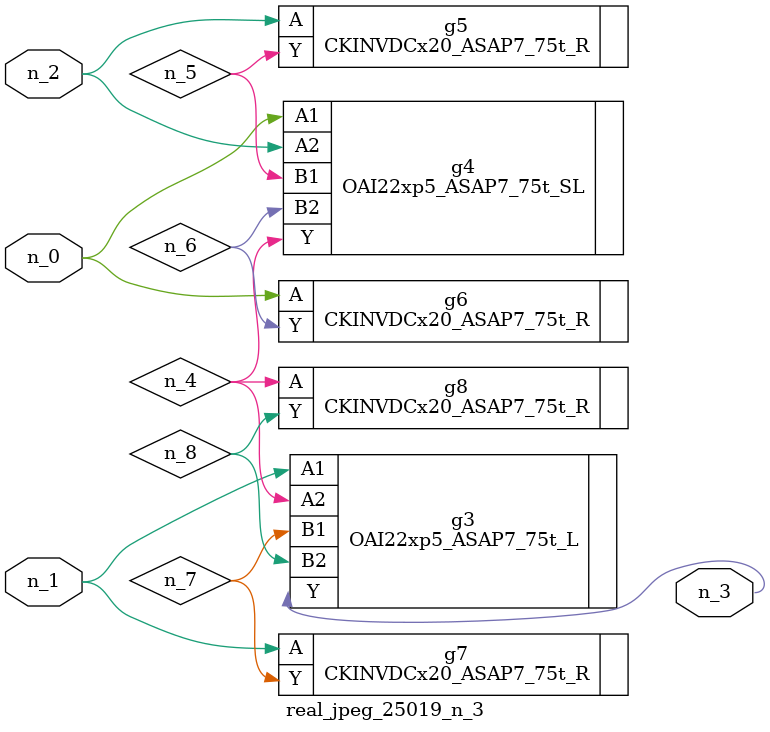
<source format=v>
module real_jpeg_25019_n_3 (n_1, n_0, n_2, n_3);

input n_1;
input n_0;
input n_2;

output n_3;

wire n_5;
wire n_4;
wire n_8;
wire n_6;
wire n_7;

OAI22xp5_ASAP7_75t_SL g4 ( 
.A1(n_0),
.A2(n_2),
.B1(n_5),
.B2(n_6),
.Y(n_4)
);

CKINVDCx20_ASAP7_75t_R g6 ( 
.A(n_0),
.Y(n_6)
);

OAI22xp5_ASAP7_75t_L g3 ( 
.A1(n_1),
.A2(n_4),
.B1(n_7),
.B2(n_8),
.Y(n_3)
);

CKINVDCx20_ASAP7_75t_R g7 ( 
.A(n_1),
.Y(n_7)
);

CKINVDCx20_ASAP7_75t_R g5 ( 
.A(n_2),
.Y(n_5)
);

CKINVDCx20_ASAP7_75t_R g8 ( 
.A(n_4),
.Y(n_8)
);


endmodule
</source>
